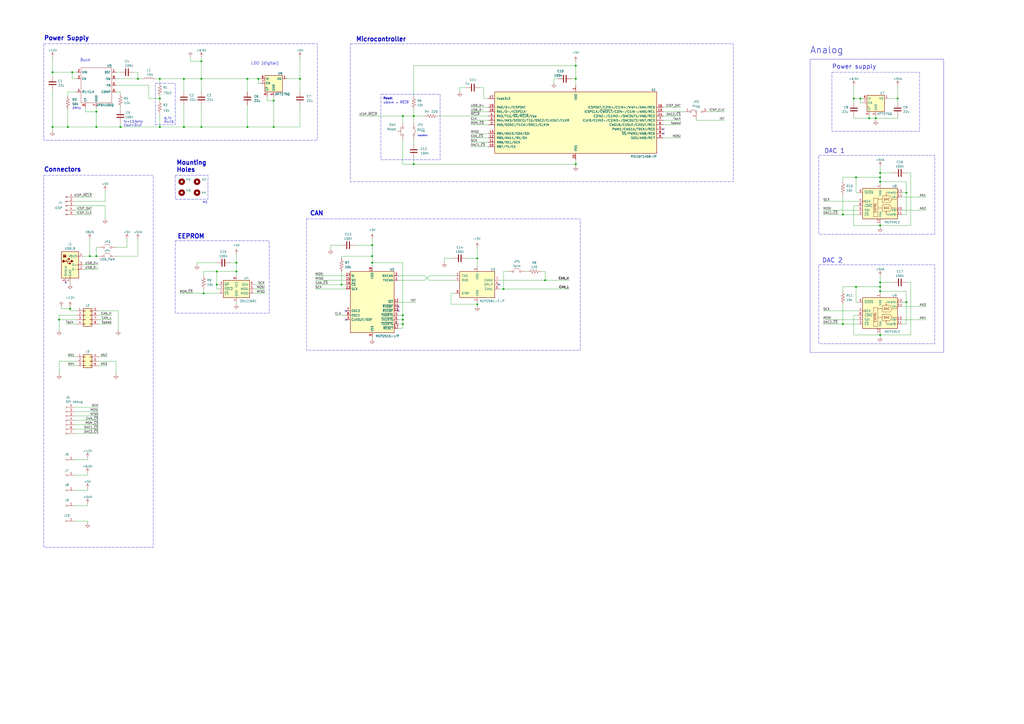
<source format=kicad_sch>
(kicad_sch (version 20250114) (generator "eeschema") (generator_version "9.0")
  (paper "A2")
  (title_block (title "CAN Gauge Interface") (date "2025-09-19") (rev "0.1") (company "Sam Anthony"))
  (rectangle (start 482.6 41.91) (end 533.4 76.2) (stroke (width 0) (type dash)))
  (rectangle (start 25.4 25.4) (end 184.15 81.28) (stroke (width 0) (type dash)))
  (rectangle (start 101.6 139.7) (end 156.21 181.61) (stroke (width 0) (type dash)))
  (rectangle (start 101.6 101.5999) (end 120.65 115.5699) (stroke (width 0) (type dash)))
  (rectangle (start 90.17 48.26) (end 101.6 72.39) (stroke (width 0) (type dash)))
  (rectangle (start 220.98 54.61) (end 255.27 92.71) (stroke (width 0) (type dash)))
  (rectangle (start 474.98 153.67) (end 542.29 199.39) (stroke (width 0) (type dash)))
  (rectangle (start 177.8 127) (end 336.55 203.2) (stroke (width 0) (type dash)))
  (rectangle (start 25.4 101.6) (end 88.9 317.5) (stroke (width 0) (type dash)))
  (rectangle (start 474.98 90.17) (end 542.29 135.89) (stroke (width 0) (type dash)))
  (rectangle (start 203.2 25.4) (end 425.45 105.41) (stroke (width 0) (type dash)))
  (rectangle (start 469.9 34.29) (end 547.37 204.47))
  (text "Connectors" (at 25.4 98.425 0) (effects (font (size 2.54 2.54) (thickness 0.508) (bold yes)) (justify left)))
  (text "Power Supply" (at 25.4 22.225 0) (effects (font (size 2.54 2.54) (thickness 0.508) (bold yes)) (justify left)))
  (text "LDO (digital)" (at 153.67 36.83 0) (effects (font (size 1.651 1.651))))
  (text "CAN" (at 179.705 123.825 0) (effects (font (size 2.54 2.54) (thickness 0.508) (bold yes)) (justify left)))
  (text "2MHz\n" (at 44.45 62.865 0) (effects (font (size 1.27 1.27))))
  (text "6.7V\nR±1%" (at 95.25 69.85 0) (effects (font (size 1.27 1.27)) (justify left)))
  (text "Reset" (at 222.25 57.15 0) (effects (font (size 1.27 1.27) (thickness 0.254) (bold yes)) (justify left)))
  (text "fc=13.5kHz\nCout=31uF" (at 71.755 71.755 0) (effects (font (size 1.27 1.27)) (justify left)))
  (text "Mounting\nHoles" (at 102.235 96.5199 0) (effects (font (size 2.54 2.54) (thickness 0.508) (bold yes)) (justify left)))
  (text "Power supply" (at 482.6 38.735 0) (effects (font (size 2.54 2.54) (thickness 0.254) (bold yes)) (justify left)))
  (text "M3\n" (at 117.475 117.4749 0) (effects (font (size 1.27 1.27)) (justify left)))
  (text "EEPROM" (at 102.87 137.16 0) (effects (font (size 2.54 2.54) (thickness 0.508) (bold yes)) (justify left)))
  (text "≤6mm ↔ ~{MCLR}" (at 222.25 59.69 0) (effects (font (size 1.27 1.27)) (justify left)))
  (text "DAC 1" (at 478.155 87.63 0) (effects (font (size 2.54 2.54) (thickness 0.254) (bold yes)) (justify left)))
  (text "Buck" (at 49.53 34.925 0) (effects (font (size 1.651 1.651))))
  (text "Microcontroller" (at 206.375 22.86 0) (effects (font (size 2.54 2.54) (thickness 0.508) (bold yes)) (justify left)))
  (text "Analog" (at 469.9 29.21 0) (effects (font (size 3.81 3.81) (thickness 0.254) (bold yes)) (justify left)))
  (text "Isolation" (at 245.11 78.74 0) (effects (font (size 0.889 0.889))))
  (text "DAC 2" (at 476.885 151.13 0) (effects (font (size 2.54 2.54) (thickness 0.254) (bold yes)) (justify left)))
  (junction (at 158.75 58.42))
  (junction (at 510.54 166.37))
  (junction (at 504.19 68.58))
  (junction (at 106.68 45.72))
  (junction (at 510.54 168.91))
  (junction (at 137.16 157.48))
  (junction (at 510.54 100.33))
  (junction (at 55.88 73.66))
  (junction (at 116.84 73.66))
  (junction (at 39.37 73.66))
  (junction (at 106.68 73.66))
  (junction (at 233.68 185.42))
  (junction (at 173.99 45.72))
  (junction (at 34.29 185.42))
  (junction (at 496.57 166.37))
  (junction (at 137.16 152.4))
  (junction (at 525.78 111.76))
  (junction (at 143.51 73.66))
  (junction (at 488.95 187.96))
  (junction (at 92.71 73.66))
  (junction (at 334.01 38.1))
  (junction (at 508 68.58))
  (junction (at 233.68 182.88))
  (junction (at 334.01 45.72))
  (junction (at 495.3 57.15))
  (junction (at 55.88 148.59))
  (junction (at 488.95 124.46))
  (junction (at 40.64 179.07))
  (junction (at 510.54 130.81))
  (junction (at 334.01 95.25))
  (junction (at 149.86 45.72))
  (junction (at 30.48 41.91))
  (junction (at 158.75 73.66))
  (junction (at 215.9 142.24))
  (junction (at 80.01 45.72))
  (junction (at 240.03 67.31))
  (junction (at 510.54 102.87))
  (junction (at 510.54 194.31))
  (junction (at 92.71 57.15))
  (junction (at 55.88 64.77))
  (junction (at 525.78 175.26))
  (junction (at 30.48 73.66))
  (junction (at 92.71 45.72))
  (junction (at 276.86 176.53))
  (junction (at 116.84 35.56))
  (junction (at 215.9 152.4))
  (junction (at 520.7 57.15))
  (junction (at 276.86 149.86))
  (junction (at 316.23 162.56))
  (junction (at 125.73 165.1))
  (junction (at 41.91 41.91))
  (junction (at 510.54 163.83))
  (junction (at 499.11 57.15))
  (junction (at 118.11 170.18))
  (junction (at 52.07 148.59))
  (junction (at 215.9 148.59))
  (junction (at 496.57 102.87))
  (junction (at 198.12 165.1))
  (junction (at 125.73 157.48))
  (junction (at 510.54 105.41))
  (junction (at 69.85 73.66))
  (junction (at 240.03 95.25))
  (junction (at 233.68 67.31))
  (junction (at 233.68 187.96))
  (junction (at 143.51 45.72))
  (junction (at 116.84 45.72))
  (junction (at 292.1 167.64))
  (no_connect (at 38.1 163.83))
  (no_connect (at 231.14 177.8))
  (no_connect (at 200.66 185.42))
  (no_connect (at 289.56 165.1))
  (no_connect (at 200.66 180.34))
  (no_connect (at 384.81 74.93))
  (no_connect (at 384.81 77.47))
  (no_connect (at 231.14 180.34))
  (wire (pts (xy 231.14 162.56) (xy 246.38 162.56)))
  (wire (pts (xy 240.03 95.25) (xy 240.03 91.44)))
  (wire (pts (xy 499.11 57.15) (xy 495.3 57.15)))
  (wire (pts (xy 116.84 33.02) (xy 116.84 35.56)))
  (wire (pts (xy 215.9 142.24) (xy 215.9 148.59)))
  (wire (pts (xy 50.8 302.26) (xy 50.8 303.53)))
  (wire (pts (xy 44.45 185.42) (xy 34.29 185.42)))
  (wire (pts (xy 57.15 182.88) (xy 64.77 182.88)))
  (wire (pts (xy 106.68 45.72) (xy 116.84 45.72)))
  (wire (pts (xy 158.75 58.42) (xy 158.75 73.66)))
  (wire (pts (xy 495.3 182.88) (xy 497.84 182.88)))
  (wire (pts (xy 292.1 157.48) (xy 294.64 157.48)))
  (wire (pts (xy 44.45 209.55) (xy 34.29 209.55)))
  (wire (pts (xy 233.68 187.96) (xy 233.68 185.42)))
  (wire (pts (xy 495.3 119.38) (xy 497.84 119.38)))
  (wire (pts (xy 240.03 38.1) (xy 334.01 38.1)))
  (wire (pts (xy 231.14 187.96) (xy 233.68 187.96)))
  (wire (pts (xy 44.45 41.91) (xy 41.91 41.91)))
  (wire (pts (xy 384.81 80.01) (xy 394.97 80.01)))
  (wire (pts (xy 508 67.31) (xy 508 68.58)))
  (wire (pts (xy 289.56 167.64) (xy 292.1 167.64)))
  (wire (pts (xy 510.54 168.91) (xy 510.54 170.18)))
  (wire (pts (xy 215.9 195.58) (xy 215.9 196.85)))
  (wire (pts (xy 60.96 116.84) (xy 60.96 110.49)))
  (wire (pts (xy 67.31 53.34) (xy 69.85 53.34)))
  (wire (pts (xy 499.11 59.69) (xy 499.11 57.15)))
  (wire (pts (xy 80.01 45.72) (xy 82.55 45.72)))
  (wire (pts (xy 48.26 153.67) (xy 57.15 153.67)))
  (wire (pts (xy 127 165.1) (xy 125.73 165.1)))
  (wire (pts (xy 262.89 149.86) (xy 257.81 149.86)))
  (wire (pts (xy 496.57 175.26) (xy 496.57 166.37)))
  (wire (pts (xy 149.86 48.26) (xy 149.86 45.72)))
  (wire (pts (xy 488.95 187.96) (xy 497.84 187.96)))
  (wire (pts (xy 118.11 157.48) (xy 125.73 157.48)))
  (wire (pts (xy 92.71 73.66) (xy 106.68 73.66)))
  (wire (pts (xy 240.03 38.1) (xy 240.03 55.88)))
  (wire (pts (xy 403.86 69.85) (xy 420.37 69.85)))
  (wire (pts (xy 523.24 124.46) (xy 525.78 124.46)))
  (wire (pts (xy 44.45 53.34) (xy 39.37 53.34)))
  (wire (pts (xy 477.52 180.34) (xy 497.84 180.34)))
  (wire (pts (xy 510.54 193.04) (xy 510.54 194.31)))
  (wire (pts (xy 233.68 185.42) (xy 233.68 182.88)))
  (wire (pts (xy 510.54 194.31) (xy 510.54 195.58)))
  (wire (pts (xy 525.78 168.91) (xy 510.54 168.91)))
  (wire (pts (xy 69.85 53.34) (xy 69.85 54.61)))
  (wire (pts (xy 499.11 57.15) (xy 500.38 57.15)))
  (wire (pts (xy 149.86 45.72) (xy 151.13 45.72)))
  (wire (pts (xy 198.12 165.1) (xy 198.12 157.48)))
  (wire (pts (xy 57.15 209.55) (xy 67.31 209.55)))
  (wire (pts (xy 34.29 185.42) (xy 34.29 191.77)))
  (wire (pts (xy 44.45 182.88) (xy 34.29 182.88)))
  (wire (pts (xy 116.84 45.72) (xy 143.51 45.72)))
  (wire (pts (xy 43.18 243.84) (xy 57.15 243.84)))
  (wire (pts (xy 273.05 82.55) (xy 283.21 82.55)))
  (wire (pts (xy 495.3 130.81) (xy 510.54 130.81)))
  (wire (pts (xy 523.24 177.8) (xy 537.21 177.8)))
  (wire (pts (xy 151.13 48.26) (xy 149.86 48.26)))
  (wire (pts (xy 384.81 72.39) (xy 394.97 72.39)))
  (wire (pts (xy 528.32 130.81) (xy 510.54 130.81)))
  (wire (pts (xy 50.8 275.59) (xy 50.8 274.32)))
  (wire (pts (xy 182.88 165.1) (xy 198.12 165.1)))
  (wire (pts (xy 43.18 246.38) (xy 57.15 246.38)))
  (wire (pts (xy 154.94 55.88) (xy 154.94 58.42)))
  (wire (pts (xy 497.84 111.76) (xy 496.57 111.76)))
  (wire (pts (xy 158.75 73.66) (xy 143.51 73.66)))
  (wire (pts (xy 523.24 114.3) (xy 537.21 114.3)))
  (wire (pts (xy 55.88 148.59) (xy 57.15 148.59)))
  (wire (pts (xy 30.48 41.91) (xy 30.48 44.45)))
  (wire (pts (xy 273.05 69.85) (xy 283.21 69.85)))
  (wire (pts (xy 182.88 160.02) (xy 200.66 160.02)))
  (wire (pts (xy 525.78 105.41) (xy 525.78 111.76)))
  (wire (pts (xy 496.57 102.87) (xy 510.54 102.87)))
  (wire (pts (xy 496.57 111.76) (xy 496.57 102.87)))
  (wire (pts (xy 49.53 62.23) (xy 49.53 64.77)))
  (wire (pts (xy 525.78 168.91) (xy 525.78 175.26)))
  (wire (pts (xy 194.31 182.88) (xy 200.66 182.88)))
  (wire (pts (xy 477.52 185.42) (xy 497.84 185.42)))
  (wire (pts (xy 39.37 53.34) (xy 39.37 55.88)))
  (wire (pts (xy 92.71 66.04) (xy 92.71 73.66)))
  (wire (pts (xy 57.15 180.34) (xy 68.58 180.34)))
  (wire (pts (xy 118.11 160.02) (xy 118.11 157.48)))
  (wire (pts (xy 384.81 62.23) (xy 394.97 62.23)))
  (wire (pts (xy 334.01 45.72) (xy 331.47 45.72)))
  (wire (pts (xy 334.01 49.53) (xy 334.01 45.72)))
  (wire (pts (xy 215.9 148.59) (xy 215.9 152.4)))
  (wire (pts (xy 143.51 45.72) (xy 143.51 53.34)))
  (wire (pts (xy 384.81 67.31) (xy 394.97 67.31)))
  (wire (pts (xy 208.28 67.31) (xy 233.68 67.31)))
  (wire (pts (xy 510.54 163.83) (xy 510.54 166.37)))
  (wire (pts (xy 68.58 180.34) (xy 68.58 191.77)))
  (wire (pts (xy 495.3 130.81) (xy 495.3 119.38)))
  (wire (pts (xy 523.24 185.42) (xy 537.21 185.42)))
  (wire (pts (xy 39.37 63.5) (xy 39.37 73.66)))
  (wire (pts (xy 50.8 293.37) (xy 50.8 292.1)))
  (wire (pts (xy 43.18 114.3) (xy 53.34 114.3)))
  (wire (pts (xy 191.77 142.24) (xy 191.77 144.78)))
  (wire (pts (xy 92.71 45.72) (xy 92.71 48.26)))
  (wire (pts (xy 510.54 160.02) (xy 510.54 163.83)))
  (wire (pts (xy 528.32 163.83) (xy 528.32 194.31)))
  (wire (pts (xy 60.96 119.38) (xy 60.96 127)))
  (wire (pts (xy 283.21 57.15) (xy 280.67 57.15)))
  (wire (pts (xy 528.32 100.33) (xy 528.32 130.81)))
  (wire (pts (xy 173.99 45.72) (xy 173.99 53.34)))
  (wire (pts (xy 125.73 167.64) (xy 125.73 165.1)))
  (wire (pts (xy 525.78 105.41) (xy 510.54 105.41)))
  (wire (pts (xy 40.64 179.07) (xy 35.56 179.07)))
  (wire (pts (xy 495.3 67.31) (xy 495.3 68.58)))
  (wire (pts (xy 125.73 157.48) (xy 137.16 157.48)))
  (wire (pts (xy 55.88 143.51) (xy 57.15 143.51)))
  (wire (pts (xy 118.11 170.18) (xy 118.11 167.64)))
  (wire (pts (xy 67.31 209.55) (xy 67.31 217.17)))
  (wire (pts (xy 137.16 152.4) (xy 137.16 157.48)))
  (wire (pts (xy 147.32 170.18) (xy 153.67 170.18)))
  (wire (pts (xy 106.68 73.66) (xy 116.84 73.66)))
  (wire (pts (xy 280.67 50.8) (xy 278.13 50.8)))
  (wire (pts (xy 50.8 284.48) (xy 50.8 283.21)))
  (wire (pts (xy 520.7 68.58) (xy 520.7 67.31)))
  (wire (pts (xy 116.84 60.96) (xy 116.84 73.66)))
  (wire (pts (xy 55.88 62.23) (xy 55.88 64.77)))
  (wire (pts (xy 384.81 64.77) (xy 397.51 64.77)))
  (wire (pts (xy 270.51 149.86) (xy 276.86 149.86)))
  (wire (pts (xy 43.18 275.59) (xy 50.8 275.59)))
  (wire (pts (xy 273.05 80.01) (xy 283.21 80.01)))
  (wire (pts (xy 41.91 45.72) (xy 41.91 41.91)))
  (wire (pts (xy 198.12 149.86) (xy 198.12 148.59)))
  (wire (pts (xy 280.67 57.15) (xy 280.67 50.8)))
  (wire (pts (xy 266.7 50.8) (xy 266.7 53.34)))
  (wire (pts (xy 57.15 212.09) (xy 62.23 212.09)))
  (wire (pts (xy 30.48 73.66) (xy 30.48 76.2)))
  (wire (pts (xy 488.95 102.87) (xy 496.57 102.87)))
  (wire (pts (xy 520.7 57.15) (xy 515.62 57.15)))
  (wire (pts (xy 154.94 58.42) (xy 158.75 58.42)))
  (wire (pts (xy 44.45 180.34) (xy 40.64 180.34)))
  (wire (pts (xy 257.81 149.86) (xy 257.81 152.4)))
  (wire (pts (xy 316.23 157.48) (xy 316.23 162.56)))
  (wire (pts (xy 39.37 207.01) (xy 44.45 207.01)))
  (wire (pts (xy 495.3 57.15) (xy 495.3 49.53)))
  (wire (pts (xy 233.68 67.31) (xy 233.68 71.12)))
  (wire (pts (xy 92.71 57.15) (xy 86.36 57.15)))
  (wire (pts (xy 233.68 152.4) (xy 233.68 182.88)))
  (wire (pts (xy 38.1 187.96) (xy 44.45 187.96)))
  (wire (pts (xy 92.71 45.72) (xy 106.68 45.72)))
  (wire (pts (xy 43.18 251.46) (xy 57.15 251.46)))
  (wire (pts (xy 57.15 185.42) (xy 64.77 185.42)))
  (wire (pts (xy 240.03 81.28) (xy 240.03 83.82)))
  (wire (pts (xy 504.19 68.58) (xy 508 68.58)))
  (wire (pts (xy 233.68 152.4) (xy 215.9 152.4)))
  (wire (pts (xy 86.36 49.53) (xy 67.31 49.53)))
  (wire (pts (xy 510.54 105.41) (xy 510.54 106.68)))
  (wire (pts (xy 57.15 187.96) (xy 64.77 187.96)))
  (wire (pts (xy 40.64 180.34) (xy 40.64 179.07)))
  (wire (pts (xy 273.05 77.47) (xy 283.21 77.47)))
  (wire (pts (xy 158.75 55.88) (xy 158.75 58.42)))
  (wire (pts (xy 200.66 165.1) (xy 198.12 165.1)))
  (wire (pts (xy 30.48 33.02) (xy 30.48 41.91)))
  (wire (pts (xy 316.23 162.56) (xy 330.2 162.56)))
  (wire (pts (xy 233.68 67.31) (xy 240.03 67.31)))
  (wire (pts (xy 528.32 194.31) (xy 510.54 194.31)))
  (wire (pts (xy 198.12 148.59) (xy 215.9 148.59)))
  (wire (pts (xy 92.71 57.15) (xy 92.71 58.42)))
  (wire (pts (xy 173.99 73.66) (xy 158.75 73.66)))
  (wire (pts (xy 525.78 175.26) (xy 525.78 187.96)))
  (wire (pts (xy 510.54 96.52) (xy 510.54 100.33)))
  (wire (pts (xy 231.14 190.5) (xy 233.68 190.5)))
  (wire (pts (xy 304.8 157.48) (xy 306.07 157.48)))
  (wire (pts (xy 104.14 170.18) (xy 118.11 170.18)))
  (wire (pts (xy 495.3 194.31) (xy 510.54 194.31)))
  (wire (pts (xy 270.51 50.8) (xy 266.7 50.8)))
  (wire (pts (xy 334.01 95.25) (xy 334.01 96.52)))
  (wire (pts (xy 410.21 64.77) (xy 420.37 64.77)))
  (wire (pts (xy 55.88 73.66) (xy 39.37 73.66)))
  (wire (pts (xy 510.54 100.33) (xy 518.16 100.33)))
  (wire (pts (xy 43.18 241.3) (xy 57.15 241.3)))
  (wire (pts (xy 40.64 179.07) (xy 40.64 177.8)))
  (wire (pts (xy 43.18 238.76) (xy 57.15 238.76)))
  (wire (pts (xy 510.54 166.37) (xy 510.54 168.91)))
  (wire (pts (xy 488.95 168.91) (xy 488.95 166.37)))
  (wire (pts (xy 500.38 59.69) (xy 499.11 59.69)))
  (wire (pts (xy 55.88 148.59) (xy 55.88 143.51)))
  (wire (pts (xy 116.84 35.56) (xy 116.84 45.72)))
  (wire (pts (xy 67.31 148.59) (xy 80.01 148.59)))
  (wire (pts (xy 254 67.31) (xy 283.21 67.31)))
  (wire (pts (xy 106.68 45.72) (xy 106.68 53.34)))
  (wire (pts (xy 523.24 175.26) (xy 525.78 175.26)))
  (wire (pts (xy 48.26 148.59) (xy 52.07 148.59)))
  (wire (pts (xy 233.68 81.28) (xy 233.68 95.25)))
  (wire (pts (xy 92.71 73.66) (xy 69.85 73.66)))
  (wire (pts (xy 52.07 148.59) (xy 55.88 148.59)))
  (wire (pts (xy 43.18 284.48) (xy 50.8 284.48)))
  (wire (pts (xy 488.95 166.37) (xy 496.57 166.37)))
  (wire (pts (xy 273.05 64.77) (xy 283.21 64.77)))
  (wire (pts (xy 488.95 124.46) (xy 497.84 124.46)))
  (wire (pts (xy 520.7 49.53) (xy 520.7 57.15)))
  (wire (pts (xy 69.85 62.23) (xy 69.85 63.5)))
  (wire (pts (xy 147.32 167.64) (xy 153.67 167.64)))
  (wire (pts (xy 510.54 102.87) (xy 510.54 105.41)))
  (wire (pts (xy 57.15 207.01) (xy 62.23 207.01)))
  (wire (pts (xy 173.99 33.02) (xy 173.99 45.72)))
  (wire (pts (xy 44.45 45.72) (xy 41.91 45.72)))
  (wire (pts (xy 496.57 166.37) (xy 510.54 166.37)))
  (wire (pts (xy 276.86 176.53) (xy 276.86 177.8)))
  (wire (pts (xy 77.47 41.91) (xy 80.01 41.91)))
  (wire (pts (xy 248.92 160.02) (xy 246.38 162.56)))
  (wire (pts (xy 90.17 45.72) (xy 92.71 45.72)))
  (wire (pts (xy 495.3 68.58) (xy 504.19 68.58)))
  (wire (pts (xy 488.95 113.03) (xy 488.95 124.46)))
  (wire (pts (xy 321.31 45.72) (xy 323.85 45.72)))
  (wire (pts (xy 137.16 175.26) (xy 137.16 176.53)))
  (wire (pts (xy 34.29 209.55) (xy 34.29 217.17)))
  (wire (pts (xy 231.14 182.88) (xy 233.68 182.88)))
  (wire (pts (xy 495.3 57.15) (xy 495.3 59.69)))
  (wire (pts (xy 137.16 157.48) (xy 137.16 160.02)))
  (wire (pts (xy 125.73 157.48) (xy 125.73 165.1)))
  (wire (pts (xy 510.54 130.81) (xy 510.54 132.08)))
  (wire (pts (xy 313.69 157.48) (xy 316.23 157.48)))
  (wire (pts (xy 92.71 55.88) (xy 92.71 57.15)))
  (wire (pts (xy 334.01 92.71) (xy 334.01 95.25)))
  (wire (pts (xy 116.84 45.72) (xy 116.84 53.34)))
  (wire (pts (xy 477.52 187.96) (xy 488.95 187.96)))
  (wire (pts (xy 276.86 175.26) (xy 276.86 176.53)))
  (wire (pts (xy 67.31 45.72) (xy 80.01 45.72)))
  (wire (pts (xy 43.18 248.92) (xy 57.15 248.92)))
  (wire (pts (xy 173.99 60.96) (xy 173.99 73.66)))
  (wire (pts (xy 495.3 194.31) (xy 495.3 182.88)))
  (wire (pts (xy 34.29 182.88) (xy 34.29 185.42)))
  (wire (pts (xy 292.1 167.64) (xy 292.1 157.48)))
  (wire (pts (xy 80.01 41.91) (xy 80.01 45.72)))
  (wire (pts (xy 182.88 167.64) (xy 200.66 167.64)))
  (wire (pts (xy 50.8 266.7) (xy 50.8 265.43)))
  (wire (pts (xy 43.18 293.37) (xy 50.8 293.37)))
  (wire (pts (xy 143.51 73.66) (xy 116.84 73.66)))
  (wire (pts (xy 69.85 73.66) (xy 55.88 73.66)))
  (wire (pts (xy 133.35 152.4) (xy 137.16 152.4)))
  (wire (pts (xy 273.05 72.39) (xy 283.21 72.39)))
  (wire (pts (xy 67.31 41.91) (xy 69.85 41.91)))
  (wire (pts (xy 137.16 147.32) (xy 137.16 152.4)))
  (wire (pts (xy 240.03 95.25) (xy 334.01 95.25)))
  (wire (pts (xy 69.85 71.12) (xy 69.85 73.66)))
  (wire (pts (xy 525.78 100.33) (xy 528.32 100.33)))
  (wire (pts (xy 198.12 142.24) (xy 191.77 142.24)))
  (wire (pts (xy 261.62 170.18) (xy 264.16 170.18)))
  (wire (pts (xy 49.53 64.77) (xy 55.88 64.77)))
  (wire (pts (xy 215.9 138.43) (xy 215.9 142.24)))
  (wire (pts (xy 510.54 100.33) (xy 510.54 102.87)))
  (wire (pts (xy 110.49 35.56) (xy 110.49 33.02)))
  (wire (pts (xy 43.18 116.84) (xy 60.96 116.84)))
  (wire (pts (xy 240.03 67.31) (xy 246.38 67.31)))
  (wire (pts (xy 523.24 111.76) (xy 525.78 111.76)))
  (wire (pts (xy 289.56 162.56) (xy 316.23 162.56)))
  (wire (pts (xy 48.26 156.21) (xy 57.15 156.21)))
  (wire (pts (xy 30.48 52.07) (xy 30.48 73.66)))
  (wire (pts (xy 73.66 143.51) (xy 73.66 138.43)))
  (wire (pts (xy 43.18 119.38) (xy 60.96 119.38)))
  (wire (pts (xy 52.07 138.43) (xy 52.07 148.59)))
  (wire (pts (xy 520.7 59.69) (xy 520.7 57.15)))
  (wire (pts (xy 240.03 67.31) (xy 240.03 71.12)))
  (wire (pts (xy 215.9 152.4) (xy 215.9 154.94)))
  (wire (pts (xy 233.68 95.25) (xy 240.03 95.25)))
  (wire (pts (xy 147.32 165.1) (xy 153.67 165.1)))
  (wire (pts (xy 35.56 179.07) (xy 35.56 177.8)))
  (wire (pts (xy 106.68 60.96) (xy 106.68 73.66)))
  (wire (pts (xy 261.62 176.53) (xy 261.62 170.18)))
  (wire (pts (xy 41.91 41.91) (xy 30.48 41.91)))
  (wire (pts (xy 43.18 124.46) (xy 53.34 124.46)))
  (wire (pts (xy 40.64 163.83) (xy 40.64 165.1)))
  (wire (pts (xy 127 167.64) (xy 125.73 167.64)))
  (wire (pts (xy 43.18 302.26) (xy 50.8 302.26)))
  (wire (pts (xy 523.24 121.92) (xy 537.21 121.92)))
  (wire (pts (xy 384.81 69.85) (xy 394.97 69.85)))
  (wire (pts (xy 205.74 142.24) (xy 215.9 142.24)))
  (wire (pts (xy 508 68.58) (xy 520.7 68.58)))
  (wire (pts (xy 231.14 160.02) (xy 246.38 160.02)))
  (wire (pts (xy 488.95 105.41) (xy 488.95 102.87)))
  (wire (pts (xy 488.95 176.53) (xy 488.95 187.96)))
  (wire (pts (xy 143.51 60.96) (xy 143.51 73.66)))
  (wire (pts (xy 276.86 176.53) (xy 261.62 176.53)))
  (wire (pts (xy 321.31 48.26) (xy 321.31 45.72)))
  (wire (pts (xy 523.24 187.96) (xy 525.78 187.96)))
  (wire (pts (xy 67.31 143.51) (xy 73.66 143.51)))
  (wire (pts (xy 43.18 236.22) (xy 57.15 236.22)))
  (wire (pts (xy 477.52 124.46) (xy 488.95 124.46)))
  (wire (pts (xy 149.86 45.72) (xy 143.51 45.72)))
  (wire (pts (xy 114.3 152.4) (xy 114.3 153.67)))
  (wire (pts (xy 504.19 67.31) (xy 504.19 68.58)))
  (wire (pts (xy 86.36 57.15) (xy 86.36 49.53)))
  (wire (pts (xy 114.3 152.4) (xy 125.73 152.4)))
  (wire (pts (xy 497.84 175.26) (xy 496.57 175.26)))
  (wire (pts (xy 403.86 68.58) (xy 403.86 69.85)))
  (wire (pts (xy 508 68.58) (xy 508 69.85)))
  (wire (pts (xy 334.01 38.1) (xy 334.01 45.72)))
  (wire (pts (xy 116.84 35.56) (xy 110.49 35.56)))
  (wire (pts (xy 276.86 143.51) (xy 276.86 149.86)))
  (wire (pts (xy 127 170.18) (xy 118.11 170.18)))
  (wire (pts (xy 233.68 190.5) (xy 233.68 187.96)))
  (wire (pts (xy 39.37 73.66) (xy 30.48 73.66)))
  (wire (pts (xy 525.78 163.83) (xy 528.32 163.83)))
  (wire (pts (xy 510.54 163.83) (xy 518.16 163.83)))
  (wire (pts (xy 477.52 121.92) (xy 497.84 121.92)))
  (wire (pts (xy 334.01 35.56) (xy 334.01 38.1)))
  (wire (pts (xy 292.1 167.64) (xy 330.2 167.64)))
  (wire (pts (xy 231.14 175.26) (xy 241.3 175.26)))
  (wire (pts (xy 39.37 212.09) (xy 44.45 212.09)))
  (wire (pts (xy 166.37 45.72) (xy 173.99 45.72)))
  (wire (pts (xy 231.14 185.42) (xy 233.68 185.42)))
  (wire (pts (xy 510.54 129.54) (xy 510.54 130.81)))
  (wire (pts (xy 43.18 266.7) (xy 50.8 266.7)))
  (wire (pts (xy 273.05 62.23) (xy 283.21 62.23)))
  (wire (pts (xy 248.92 162.56) (xy 264.16 162.56)))
  (wire (pts (xy 477.52 116.84) (xy 497.84 116.84)))
  (wire (pts (xy 273.05 85.09) (xy 283.21 85.09)))
  (wire (pts (xy 55.88 64.77) (xy 55.88 73.66)))
  (wire (pts (xy 182.88 162.56) (xy 200.66 162.56)))
  (wire (pts (xy 248.92 160.02) (xy 264.16 160.02)))
  (wire (pts (xy 246.38 160.02) (xy 248.92 162.56)))
  (wire (pts (xy 525.78 111.76) (xy 525.78 124.46)))
  (wire (pts (xy 240.03 63.5) (xy 240.03 67.31)))
  (wire (pts (xy 43.18 121.92) (xy 53.34 121.92)))
  (wire (pts (xy 80.01 148.59) (xy 80.01 138.43)))
  (wire (pts (xy 276.86 149.86) (xy 276.86 154.94)))
  (label "DAC1_~{CS}" (at 477.52 124.46 0))
  (label "MISO" (at 57.15 241.3 180))
  (label "CAN_H" (at 330.2 162.56 180) (effects (font (thickness 0.254) (bold yes))))
  (label "SCK" (at 153.67 165.1 180) (effects (font (thickness 0.1588))))
  (label "Speed" (at 64.77 187.96 180) (effects (font (thickness 0.1588))))
  (label "CLK" (at 273.05 69.85 0))
  (label "MOSI" (at 394.97 80.01 180) (effects (font (thickness 0.1588))))
  (label "ICSP_DAT" (at 394.97 62.23 180))
  (label "CAN_L" (at 64.77 185.42 180))
  (label "ROM_~{CS}" (at 104.14 170.18 0) (effects (font (thickness 0.1588))))
  (label "MOSI" (at 182.88 160.02 0) (effects (font (thickness 0.1588))))
  (label "DAC1_~{CS}" (at 273.05 85.09 0))
  (label "AN3" (at 62.23 212.09 180) (effects (font (thickness 0.1588))))
  (label "Speed" (at 394.97 72.39 180))
  (label "AN1" (at 537.21 114.3 180))
  (label "CAN_~{CS}" (at 273.05 80.01 0))
  (label "CAN_~{CS}" (at 57.15 243.84 180))
  (label "INT" (at 420.37 69.85 180))
  (label "CLK" (at 194.31 182.88 0))
  (label "MISO" (at 153.67 170.18 180) (effects (font (thickness 0.1588))))
  (label "INT" (at 241.3 175.26 180) (effects (font (thickness 0.1588))))
  (label "MOSI" (at 153.67 167.64 180) (effects (font (thickness 0.1588))))
  (label "ICSP_CLK" (at 53.34 124.46 180))
  (label "AN2" (at 62.23 207.01 180) (effects (font (thickness 0.1588))))
  (label "SCK" (at 273.05 82.55 0) (effects (font (thickness 0.1588))))
  (label "Tach" (at 38.1 187.96 0) (effects (font (thickness 0.1588))))
  (label "CAN_~{CS}" (at 182.88 165.1 0) (effects (font (thickness 0.1588))))
  (label "ICSP_CLK" (at 420.37 64.77 180))
  (label "USB_D+" (at 273.05 62.23 0))
  (label "SCK" (at 477.52 180.34 0) (effects (font (thickness 0.1588))))
  (label "ROM_~{CS}" (at 57.15 246.38 180))
  (label "AN1" (at 39.37 207.01 0) (effects (font (thickness 0.1588))))
  (label "DAC2_~{CS}" (at 394.97 67.31 180))
  (label "USB_D-" (at 273.05 64.77 0))
  (label "SCK" (at 57.15 236.22 180))
  (label "AN4" (at 39.37 212.09 0) (effects (font (thickness 0.1588))))
  (label "MOSI" (at 477.52 121.92 0))
  (label "AN4" (at 537.21 185.42 180))
  (label "MISO" (at 182.88 162.56 0) (effects (font (thickness 0.1588))))
  (label "DAC1_~{CS}" (at 57.15 248.92 180))
  (label "MOSI" (at 57.15 238.76 180))
  (label "~{MCLR}" (at 273.05 67.31 0))
  (label "AN3" (at 537.21 177.8 180))
  (label "DAC2_~{CS}" (at 57.15 251.46 180))
  (label "USB_D-" (at 57.15 156.21 180))
  (label "AN2" (at 537.21 121.92 180))
  (label "USB_D+" (at 57.15 153.67 180))
  (label "SCK" (at 182.88 167.64 0) (effects (font (thickness 0.1588))))
  (label "Tach" (at 394.97 69.85 180))
  (label "ROM_~{CS}" (at 273.05 72.39 0))
  (label "ICSP_DAT" (at 53.34 121.92 180))
  (label "ICSP_~{MCLR}" (at 53.34 114.3 180))
  (label "MISO" (at 273.05 77.47 0) (effects (font (thickness 0.1588))))
  (label "ICSP_~{MCLR}" (at 208.28 67.31 0))
  (label "MOSI" (at 477.52 185.42 0))
  (label "CAN_L" (at 330.2 167.64 180) (effects (font (thickness 0.254) (bold yes))))
  (label "SCK" (at 477.52 116.84 0) (effects (font (thickness 0.1588))))
  (label "DAC2_~{CS}" (at 477.52 187.96 0))
  (label "CAN_H" (at 64.77 182.88 180) (effects (font (thickness 0.1588))))
  (symbol (lib_id "power:GND") (at 215.9 196.85 0) (unit 1)
    (property "Reference" "#PWR028" (effects (hide yes)))
    (property "Value" "GND" (effects (hide yes)))
    (property "Description" "Power symbol creates a global label with name \"GND\" , ground" (effects (hide yes)))
  )
  (symbol (lib_id "Connector:USB_B") (at 40.64 153.67 0) (unit 1)
    (property "Reference" "J1" (at 40.64 141.605 0))
    (property "Value" "USB_B" (at 40.64 144.145 0))
    (property "Footprint" "Connector_USB:USB_B_OST_USB-B1HSxx_Horizontal" (effects (hide yes)))
    (property "Description" "USB Type B connector" (effects (hide yes)))
  )
  (symbol (lib_id "power:GND") (at 50.8 303.53 0) (unit 1)
    (property "Reference" "#PWR039" (effects (hide yes)))
    (property "Value" "GND" (effects (hide yes)))
    (property "Description" "Power symbol creates a global label with name \"GND\" , ground" (effects (hide yes)))
  )
  (symbol (lib_id "Device:C") (at 173.99 57.15 0) (unit 1)
    (property "Reference" "C7" (at 177.8 55.8799 0) (effects (justify left)))
    (property "Value" "22u" (at 177.8 58.4199 0) (effects (justify left)))
    (property "Footprint" "Capacitor_SMD:C_1206_3216Metric_Pad1.33x1.80mm_HandSolder" (effects (hide yes)))
    (property "Description" "Unpolarized capacitor" (effects (hide yes)))
  )
  (symbol (lib_id "power:+12V") (at 40.64 177.8 0) (unit 1)
    (property "Reference" "#PWR029" (effects (hide yes)))
    (property "Value" "+12V" (at 40.64 172.72 0))
    (property "Description" "Power symbol creates a global label with name \"+12V\"" (effects (hide yes)))
  )
  (symbol (lib_id "power:GND") (at 68.58 191.77 0) (unit 1)
    (property "Reference" "#PWR033" (effects (hide yes)))
    (property "Value" "GND" (effects (hide yes)))
    (property "Description" "Power symbol creates a global label with name \"GND\" , ground" (effects (hide yes)))
  )
  (symbol (lib_id "Device:C") (at 129.54 152.4 90) (unit 1)
    (property "Reference" "C15" (at 129.54 146.05 90))
    (property "Value" "100n" (at 129.54 148.59 90))
    (property "Footprint" "Capacitor_THT:C_Disc_D5.0mm_W2.5mm_P2.50mm" (effects (hide yes)))
    (property "Description" "Unpolarized capacitor" (effects (hide yes)))
  )
  (symbol (lib_id "Jumper:Jumper_2_Bridged") (at 240.03 76.2 270) (mirror x) (unit 1)
    (property "Reference" "JP1" (at 241.935 72.39 90) (effects (justify left)))
    (property "Value" "~{Prog}" (at 241.935 75.565 90) (effects (justify left)))
    (property "Footprint" "Connector_PinSocket_2.54mm:PinSocket_1x02_P2.54mm_Vertical" (effects (hide yes)))
    (property "Description" "Jumper, 2-pole, closed/bridged" (effects (hide yes)))
  )
  (symbol (lib_id "Device:C") (at 266.7 149.86 90) (unit 1)
    (property "Reference" "C14" (at 266.7 143.51 90))
    (property "Value" "100n" (at 266.7 146.05 90))
    (property "Footprint" "Capacitor_THT:C_Disc_D5.0mm_W2.5mm_P2.50mm" (effects (hide yes)))
    (property "Description" "Unpolarized capacitor" (effects (hide yes)))
  )
  (symbol (lib_id "power:+5V") (at 173.99 33.02 0) (unit 1)
    (property "Reference" "#PWR06" (effects (hide yes)))
    (property "Value" "+5V" (at 173.99 29.21 0))
    (property "Description" "Power symbol creates a global label with name \"+5V\"" (effects (hide yes)))
  )
  (symbol (lib_id "Device:C") (at 106.68 57.15 180) (unit 1)
    (property "Reference" "C2" (at 111.125 55.245 0))
    (property "Value" "22u" (at 111.76 57.785 0))
    (property "Footprint" "Capacitor_SMD:C_1206_3216Metric_Pad1.33x1.80mm_HandSolder" (effects (hide yes)))
    (property "Description" "Unpolarized capacitor" (effects (hide yes)))
  )
  (symbol (lib_id "Device:C") (at 30.48 48.26 0) (unit 1)
    (property "Reference" "C1" (at 34.925 46.99 0))
    (property "Value" "22u" (at 35.56 49.53 0))
    (property "Footprint" "Capacitor_SMD:C_1206_3216Metric_Pad1.33x1.80mm_HandSolder" (effects (hide yes)))
    (property "Description" "Unpolarized capacitor" (effects (hide yes)))
  )
  (symbol (lib_id "Device:C") (at 495.3 63.5 0) (unit 1)
    (property "Reference" "C8" (at 492.125 62.23 0) (effects (justify right)))
    (property "Value" "22u" (at 492.125 64.77 0) (effects (justify right)))
    (property "Footprint" "Capacitor_SMD:C_1206_3216Metric_Pad1.33x1.80mm_HandSolder" (effects (hide yes)))
    (property "Description" "Unpolarized capacitor" (effects (hide yes)))
  )
  (symbol (lib_id "Memory_EEPROM:25LCxxx") (at 137.16 167.64 0) (unit 1)
    (property "Reference" "U4" (at 141.605 161.29 0) (effects (justify left)))
    (property "Value" "25LC160C" (at 139.065 174.625 0) (effects (justify left)))
    (property "Footprint" "Package_DIP:DIP-8_W7.62mm" (effects (hide yes)))
    (property "Datasheet" "http://ww1.microchip.com/downloads/en/DeviceDoc/21832H.pdf" (effects (hide yes)))
    (property "Description" "SPI Serial EEPROM, DIP-8/SOIC-8/TSSOP-8" (effects (hide yes)))
  )
  (symbol (lib_id "Jumper:Jumper_3_Bridged12") (at 403.86 64.77 0) (unit 1) (in_bom no)
    (property "Reference" "JP2" (at 403.86 59.055 0))
    (property "Value" "Prog" (at 403.86 61.595 0))
    (property "Footprint" "Connector_PinSocket_2.54mm:PinSocket_1x03_P2.54mm_Vertical" (effects (hide yes)))
    (property "Description" "Jumper, 3-pole, pins 1+2 closed/bridged" (effects (hide yes)))
  )
  (symbol (lib_id "power:GND") (at 510.54 132.08 0) (unit 1)
    (property "Reference" "#PWR017" (effects (hide yes)))
    (property "Value" "GND" (effects (hide yes)))
    (property "Description" "Power symbol creates a global label with name \"GND\" , ground" (effects (hide yes)))
  )
  (symbol (lib_id "power:PWR_FLAG") (at 110.49 33.02 0) (unit 1)
    (property "Reference" "#FLG02" (effects (hide yes)))
    (property "Value" "+6.5V" (effects (hide yes)))
    (property "Description" "Special symbol for telling ERC where power comes from" (effects (hide yes)))
  )
  (symbol (lib_id "power:GND") (at 510.54 195.58 0) (unit 1)
    (property "Reference" "#PWR019" (effects (hide yes)))
    (property "Value" "GND" (effects (hide yes)))
    (property "Description" "Power symbol creates a global label with name \"GND\" , ground" (effects (hide yes)))
  )
  (symbol (lib_id "power:GND") (at 334.01 96.52 0) (unit 1)
    (property "Reference" "#PWR01" (effects (hide yes)))
    (property "Value" "GND" (effects (hide yes)))
    (property "Description" "Power symbol creates a global label with name \"GND\" , ground" (effects (hide yes)))
  )
  (symbol (lib_id "Device:R_US") (at 198.12 153.67 0) (unit 1)
    (property "Reference" "R7" (at 200.025 152.4 0) (effects (justify left)))
    (property "Value" "10k" (at 200.025 154.94 0) (effects (justify left)))
    (property "Footprint" "Resistor_SMD:R_0805_2012Metric_Pad1.20x1.40mm_HandSolder" (effects (hide yes)))
    (property "Description" "Resistor, US symbol" (effects (hide yes)))
  )
  (symbol (lib_id "Device:R_US") (at 118.11 163.83 0) (unit 1)
    (property "Reference" "R9" (at 120.015 162.56 0) (effects (justify left)))
    (property "Value" "10k" (at 120.015 165.1 0) (effects (justify left)))
    (property "Footprint" "Resistor_SMD:R_0805_2012Metric_Pad1.20x1.40mm_HandSolder" (effects (hide yes)))
    (property "Description" "Resistor, US symbol" (effects (hide yes)))
  )
  (symbol (lib_id "Mechanical:MountingHole") (at 105.41 105.4099 0) (unit 1) (exclude_from_sim yes) (in_bom no)
    (property "Reference" "H1" (at 107.95 104.1398 0) (effects (justify left)))
    (property "Value" "MountingHole" (effects (hide yes)))
    (property "Footprint" "MountingHole:MountingHole_3.2mm_M3_DIN965" (effects (hide yes)))
    (property "Description" "Mounting Hole without connection" (effects (hide yes)))
  )
  (symbol (lib_id "power:GND") (at 67.31 217.17 0) (unit 1)
    (property "Reference" "#PWR035" (effects (hide yes)))
    (property "Value" "GND" (effects (hide yes)))
    (property "Description" "Power symbol creates a global label with name \"GND\" , ground" (effects (hide yes)))
  )
  (symbol (lib_id "Connector:Conn_01x07_Socket") (at 38.1 243.84 0) (mirror y) (unit 1)
    (property "Reference" "J5" (at 38.1 230.505 0) (effects (justify right)))
    (property "Value" "SPI debug" (at 38.1 233.045 0) (effects (justify right)))
    (property "Footprint" "Connector_PinSocket_2.54mm:PinSocket_1x07_P2.54mm_Vertical" (effects (hide yes)))
    (property "Description" "Generic connector, single row, 01x07, script generated" (effects (hide yes)))
  )
  (symbol (lib_id "Jumper:Jumper_2_Open") (at 62.23 143.51 0) (unit 1)
    (property "Reference" "JP3" (at 62.23 140.335 0))
    (property "Value" "USB_PWR" (effects (hide yes)))
    (property "Footprint" "Connector_PinSocket_2.54mm:PinSocket_1x02_P2.54mm_Vertical" (effects (hide yes)))
    (property "Description" "Jumper, 2-pole, open" (effects (hide yes)))
  )
  (symbol (lib_id "symbols:AP64100") (at 55.88 49.53 0) (unit 1)
    (property "Reference" "U5" (at 63.5 38.1 0))
    (property "Value" "AP64100Q" (at 60.96 60.96 0))
    (property "Footprint" "Package_SO:Diodes_SO-8EP" (effects (hide yes)))
    (property "Datasheet" "https://www.diodes.com/assets/Datasheets/AP64100.pdf" (effects (hide yes)))
    (property "Description" "3.8V to40V input, 1A low IQ synchronous buck with adjustable frequency" (effects (hide yes)))
  )
  (symbol (lib_id "Device:C") (at 143.51 57.15 0) (unit 1)
    (property "Reference" "C6" (at 147.32 55.8799 0) (effects (justify left)))
    (property "Value" "22u" (at 147.32 58.4199 0) (effects (justify left)))
    (property "Footprint" "Capacitor_SMD:C_1206_3216Metric_Pad1.33x1.80mm_HandSolder" (effects (hide yes)))
    (property "Description" "Unpolarized capacitor" (effects (hide yes)))
  )
  (symbol (lib_id "Jumper:Jumper_2_Open") (at 62.23 148.59 0) (unit 1)
    (property "Reference" "JP4" (at 62.23 145.415 0))
    (property "Value" "USB_PWR" (at 62.23 150.495 0))
    (property "Footprint" "Connector_PinSocket_2.54mm:PinSocket_1x02_P2.54mm_Vertical" (effects (hide yes)))
    (property "Description" "Jumper, 2-pole, open" (effects (hide yes)))
  )
  (symbol (lib_id "Device:C") (at 201.93 142.24 90) (unit 1)
    (property "Reference" "C13" (at 201.93 135.89 90))
    (property "Value" "100n" (at 201.93 138.43 90))
    (property "Footprint" "Capacitor_THT:C_Disc_D5.0mm_W2.5mm_P2.50mm" (effects (hide yes)))
    (property "Description" "Unpolarized capacitor" (effects (hide yes)))
  )
  (symbol (lib_id "Connector_Generic:Conn_02x04_Top_Bottom") (at 49.53 182.88 0) (unit 1)
    (property "Reference" "J2" (at 50.8 177.165 0))
    (property "Value" "Conn_02x04_Top_Bottom" (effects (hide yes)))
    (property "Footprint" "Connector_Molex:Molex_Mini-Fit_Jr_5569-08A2_2x04_P4.20mm_Horizontal" (effects (hide yes)))
    (property "Datasheet" "https://www.molex.com/en-us/products/part-detail/39300080?display=pdf" (effects (hide yes)))
    (property "Description" "Generic connector, double row, 02x04, top/bottom pin numbering scheme (row 1: 1...pins_per_row, row2: pins_per_row+1 ... num_pins), script generated (kicad-library-utils/schlib/autogen/connector/)" (effects (hide yes)))
  )
  (symbol (lib_id "Device:R_US") (at 69.85 58.42 180) (unit 1)
    (property "Reference" "R5" (at 73.025 57.15 0))
    (property "Value" "12k" (at 73.66 59.69 0))
    (property "Footprint" "Resistor_SMD:R_0805_2012Metric_Pad1.20x1.40mm_HandSolder" (effects (hide yes)))
    (property "Description" "Resistor, US symbol" (effects (hide yes)))
  )
  (symbol (lib_id "Device:C") (at 520.7 63.5 0) (unit 1)
    (property "Reference" "C9" (at 523.875 62.23 0) (effects (justify left)))
    (property "Value" "22u" (at 523.875 64.77 0) (effects (justify left)))
    (property "Footprint" "Capacitor_SMD:C_1206_3216Metric_Pad1.33x1.80mm_HandSolder" (effects (hide yes)))
    (property "Description" "Unpolarized capacitor" (effects (hide yes)))
  )
  (symbol (lib_id "Device:R_US") (at 39.37 59.69 0) (unit 1)
    (property "Reference" "R3" (at 41.91 57.7849 0) (effects (justify left)))
    (property "Value" "50k" (at 41.91 60.3249 0) (effects (justify left)))
    (property "Footprint" "Resistor_SMD:R_0805_2012Metric_Pad1.20x1.40mm_HandSolder" (effects (hide yes)))
    (property "Description" "Resistor, US symbol" (effects (hide yes)))
  )
  (symbol (lib_id "Device:C") (at 240.03 87.63 0) (unit 1)
    (property "Reference" "C12" (at 243.84 86.3599 0) (effects (justify left)))
    (property "Value" "100n" (at 243.84 88.8999 0) (effects (justify left)))
    (property "Footprint" "Capacitor_THT:C_Disc_D5.0mm_W2.5mm_P2.50mm" (effects (hide yes)))
    (property "Description" "Unpolarized capacitor" (effects (hide yes)))
  )
  (symbol (lib_id "Device:R_US") (at 92.71 62.23 180) (unit 1)
    (property "Reference" "R2" (at 95.885 60.96 0))
    (property "Value" "10k" (at 96.52 64.135 0))
    (property "Footprint" "Resistor_SMD:R_0805_2012Metric_Pad1.20x1.40mm_HandSolder" (effects (hide yes)))
    (property "Description" "Resistor, US symbol" (effects (hide yes)))
  )
  (symbol (lib_id "power:GND") (at 508 69.85 0) (unit 1)
    (property "Reference" "#PWR022" (effects (hide yes)))
    (property "Value" "GND" (effects (hide yes)))
    (property "Description" "Power symbol creates a global label with name \"GND\" , ground" (effects (hide yes)))
  )
  (symbol (lib_id "power:+5V") (at 73.66 138.43 0) (unit 1)
    (property "Reference" "#PWR032" (effects (hide yes)))
    (property "Value" "+5V" (at 73.66 134.62 0))
    (property "Description" "Power symbol creates a global label with name \"+5V\"" (effects (hide yes)))
  )
  (symbol (lib_id "Device:C") (at 521.97 163.83 90) (unit 1)
    (property "Reference" "C17" (at 521.97 157.48 90))
    (property "Value" "100n" (at 521.97 160.02 90))
    (property "Footprint" "Capacitor_THT:C_Disc_D5.0mm_W2.5mm_P2.50mm" (effects (hide yes)))
    (property "Description" "Unpolarized capacitor" (effects (hide yes)))
  )
  (symbol (lib_id "Analog_DAC:MCP4912") (at 510.54 116.84 0) (unit 1)
    (property "Reference" "U8" (at 517.525 107.95 0) (effects (justify left)))
    (property "Value" "MCP4912" (at 513.08 128.905 0) (effects (justify left)))
    (property "Footprint" "Package_DIP:DIP-14_W7.62mm" (effects (hide yes)))
    (property "Datasheet" "http://ww1.microchip.com/downloads/en/DeviceDoc/22250A.pdf" (effects (hide yes)))
    (property "Description" "2-Channel 10-Bit D/A Converters with SPI Interface" (effects (hide yes)))
  )
  (symbol (lib_id "Device:R_US") (at 250.19 67.31 90) (unit 1)
    (property "Reference" "R4" (at 247.65 64.77 90))
    (property "Value" "220" (at 252.095 64.77 90))
    (property "Footprint" "Resistor_SMD:R_0805_2012Metric_Pad1.20x1.40mm_HandSolder" (effects (hide yes)))
    (property "Description" "Resistor, US symbol" (effects (hide yes)))
  )
  (symbol (lib_id "Connector:Conn_01x01_Socket") (at 38.1 266.7 0) (mirror y) (unit 1)
    (property "Reference" "J6" (at 38.735 263.525 0))
    (property "Value" "Conn_01x01_Socket" (effects (hide yes)))
    (property "Footprint" "Connector_PinSocket_2.54mm:PinSocket_1x01_P2.54mm_Vertical" (effects (hide yes)))
    (property "Description" "Generic connector, single row, 01x01, script generated" (effects (hide yes)))
  )
  (symbol (lib_id "power:GND") (at 34.29 191.77 0) (unit 1)
    (property "Reference" "#PWR030" (effects (hide yes)))
    (property "Value" "GND" (effects (hide yes)))
    (property "Description" "Power symbol creates a global label with name \"GND\" , ground" (effects (hide yes)))
  )
  (symbol (lib_id "Connector:Conn_01x01_Socket") (at 38.1 293.37 0) (mirror y) (unit 1)
    (property "Reference" "J9" (at 38.735 290.195 0))
    (property "Value" "Conn_01x01_Socket" (effects (hide yes)))
    (property "Footprint" "Connector_PinSocket_2.54mm:PinSocket_1x01_P2.54mm_Vertical" (effects (hide yes)))
    (property "Description" "Generic connector, single row, 01x01, script generated" (effects (hide yes)))
  )
  (symbol (lib_id "power:GND") (at 40.64 165.1 0) (unit 1)
    (property "Reference" "#PWR08" (effects (hide yes)))
    (property "Value" "GND" (effects (hide yes)))
    (property "Description" "Power symbol creates a global label with name \"GND\" , ground" (effects (hide yes)))
  )
  (symbol (lib_id "Device:C") (at 73.66 41.91 270) (unit 1)
    (property "Reference" "C4" (at 73.66 35.56 90))
    (property "Value" "100n" (at 74.93 38.1 90))
    (property "Footprint" "Capacitor_THT:C_Disc_D5.0mm_W2.5mm_P2.50mm" (effects (hide yes)))
    (property "Description" "Unpolarized capacitor" (effects (hide yes)))
  )
  (symbol (lib_id "power:+6V") (at 50.8 274.32 0) (unit 1)
    (property "Reference" "#PWR014" (effects (hide yes)))
    (property "Value" "+6.5V" (at 50.8 270.51 0))
    (property "Description" "Power symbol creates a global label with name \"+6V\"" (effects (hide yes)))
  )
  (symbol (lib_id "power:+12V") (at 30.48 33.02 0) (unit 1)
    (property "Reference" "#PWR04" (effects (hide yes)))
    (property "Value" "+12V" (at 30.48 29.21 0))
    (property "Description" "Power symbol creates a global label with name \"+12V\"" (effects (hide yes)))
  )
  (symbol (lib_id "Connector_Generic:Conn_02x03_Top_Bottom") (at 49.53 209.55 0) (unit 1)
    (property "Reference" "J3" (at 50.8 203.835 0))
    (property "Value" "Analog" (effects (hide yes)))
    (property "Footprint" "Connector_Molex:Molex_Mini-Fit_Jr_5569-06A2_2x03_P4.20mm_Horizontal" (effects (hide yes)))
    (property "Description" "Generic connector, double row, 02x03, top/bottom pin numbering scheme (row 1: 1...pins_per_row, row2: pins_per_row+1 ... num_pins), script generated (kicad-library-utils/schlib/autogen/connector/)" (effects (hide yes)))
  )
  (symbol (lib_id "Connector:Conn_01x01_Socket") (at 38.1 275.59 0) (mirror y) (unit 1)
    (property "Reference" "J7" (at 38.735 273.05 0))
    (property "Value" "Conn_01x01_Socket" (effects (hide yes)))
    (property "Footprint" "Connector_PinSocket_2.54mm:PinSocket_1x01_P2.54mm_Vertical" (effects (hide yes)))
    (property "Description" "Generic connector, single row, 01x01, script generated" (effects (hide yes)))
  )
  (symbol (lib_id "Interface_CAN_LIN:MCP2561-E-P") (at 276.86 165.1 0) (unit 1)
    (property "Reference" "U3" (at 284.48 156.21 0) (effects (justify left)))
    (property "Value" "MCP2561-E-P" (at 278.13 174.625 0) (effects (justify left)))
    (property "Footprint" "Package_DIP:DIP-8_W7.62mm" (effects (hide yes)))
    (property "Datasheet" "http://ww1.microchip.com/downloads/en/DeviceDoc/25167A.pdf" (effects (hide yes)))
    (property "Description" "High-Speed CAN Transceiver, 1Mbps, 5V supply, SPLIT pin, -40C to +125C, DIP-8" (effects (hide yes)))
  )
  (symbol (lib_id "symbols:AP7375Q") (at 508 57.15 0) (unit 1)
    (property "Reference" "U7" (at 511.81 53.975 0))
    (property "Value" "AP7375Q" (at 513.08 66.04 0))
    (property "Footprint" "Package_SO:Diodes_SO-8EP" (effects (hide yes)))
    (property "Datasheet" "https://www.diodes.com/assets/Datasheets/AP7375Q.pdf" (effects (hide yes)))
    (property "Description" "300mA LDO, automotive compliant, SO-8EP" (effects (hide yes)))
  )
  (symbol (lib_id "Connector:Conn_01x01_Socket") (at 38.1 302.26 0) (mirror y) (unit 1)
    (property "Reference" "J10" (at 38.735 299.085 0))
    (property "Value" "Conn_01x01_Socket" (effects (hide yes)))
    (property "Footprint" "Connector_PinSocket_2.54mm:PinSocket_1x01_P2.54mm_Vertical" (effects (hide yes)))
    (property "Description" "Generic connector, single row, 01x01, script generated" (effects (hide yes)))
  )
  (symbol (lib_id "Mechanical:MountingHole") (at 114.3 111.7599 0) (unit 1) (exclude_from_sim yes) (in_bom no)
    (property "Reference" "H4" (at 116.84 111.7598 0) (effects (justify left)))
    (property "Value" "MountingHole" (effects (hide yes)))
    (property "Footprint" "MountingHole:MountingHole_3.2mm_M3_DIN965" (effects (hide yes)))
    (property "Description" "Mounting Hole without connection" (effects (hide yes)))
  )
  (symbol (lib_id "Device:R_US") (at 240.03 59.69 0) (unit 1)
    (property "Reference" "R6" (at 241.935 58.42 0) (effects (justify left)))
    (property "Value" "10k" (at 241.935 60.96 0) (effects (justify left)))
    (property "Footprint" "Resistor_SMD:R_0805_2012Metric_Pad1.20x1.40mm_HandSolder" (effects (hide yes)))
    (property "Description" "Resistor, US symbol" (effects (hide yes)))
  )
  (symbol (lib_id "power:+5VA") (at 510.54 160.02 0) (mirror y) (unit 1)
    (property "Reference" "#PWR018" (effects (hide yes)))
    (property "Value" "+5VA" (at 510.54 156.21 0))
    (property "Description" "Power symbol creates a global label with name \"+5VA\"" (effects (hide yes)))
  )
  (symbol (lib_id "power:GND") (at 137.16 176.53 0) (unit 1)
    (property "Reference" "#PWR011" (effects (hide yes)))
    (property "Value" "GND" (effects (hide yes)))
    (property "Description" "Power symbol creates a global label with name \"GND\" , ground" (effects (hide yes)))
  )
  (symbol (lib_id "power:GND") (at 321.31 48.26 0) (unit 1)
    (property "Reference" "#PWR03" (effects (hide yes)))
    (property "Value" "GND" (effects (hide yes)))
    (property "Description" "Power symbol creates a global label with name \"GND\" , ground" (effects (hide yes)))
  )
  (symbol (lib_id "power:GND") (at 257.81 152.4 0) (unit 1)
    (property "Reference" "#PWR024" (effects (hide yes)))
    (property "Value" "GND" (effects (hide yes)))
    (property "Description" "Power symbol creates a global label with name \"GND\" , ground" (effects (hide yes)))
  )
  (symbol (lib_id "Device:C") (at 327.66 45.72 270) (unit 1)
    (property "Reference" "C10" (at 325.12 41.275 90))
    (property "Value" "100n" (at 323.85 43.815 90))
    (property "Footprint" "Capacitor_THT:C_Disc_D5.0mm_W2.5mm_P2.50mm" (effects (hide yes)))
    (property "Description" "Unpolarized capacitor" (effects (hide yes)))
  )
  (symbol (lib_id "power:+5V") (at 137.16 147.32 0) (unit 1)
    (property "Reference" "#PWR020" (effects (hide yes)))
    (property "Value" "+5V" (at 137.16 142.24 0))
    (property "Description" "Power symbol creates a global label with name \"+5V\"" (effects (hide yes)))
  )
  (symbol (lib_id "power:+5V") (at 215.9 138.43 0) (unit 1)
    (property "Reference" "#PWR027" (effects (hide yes)))
    (property "Value" "+5V" (at 215.9 133.35 0))
    (property "Description" "Power symbol creates a global label with name \"+5V\"" (effects (hide yes)))
  )
  (symbol (lib_id "Connector:Conn_01x05_Pin") (at 38.1 119.38 0) (unit 1)
    (property "Reference" "J4" (at 36.195 117.475 0) (effects (justify right)))
    (property "Value" "ICSP" (at 36.195 120.65 0) (effects (justify right)))
    (property "Footprint" "Connector_PinHeader_2.54mm:PinHeader_1x05_P2.54mm_Vertical" (effects (hide yes)))
    (property "Description" "Generic connector, single row, 01x05, script generated" (effects (hide yes)))
  )
  (symbol (lib_id "power:+6V") (at 116.84 33.02 0) (unit 1)
    (property "Reference" "#PWR012" (effects (hide yes)))
    (property "Value" "+6.5V" (at 116.84 29.21 0))
    (property "Description" "Power symbol creates a global label with name \"+6V\"" (effects (hide yes)))
  )
  (symbol (lib_name "AP7375Q_1") (lib_id "symbols:AP7375Q") (at 158.75 45.72 0) (unit 1)
    (property "Reference" "U6" (at 162.56 42.545 0))
    (property "Value" "AP7375Q" (at 163.83 54.61 0))
    (property "Footprint" "Package_SO:Diodes_SO-8EP" (effects (hide yes)))
    (property "Datasheet" "https://www.diodes.com/assets/Datasheets/AP7375Q.pdf" (effects (hide yes)))
    (property "Description" "300mA LDO, automotive compliant, SO-8EP" (effects (hide yes)))
  )
  (symbol (lib_id "power:GND") (at 60.96 127 0) (unit 1)
    (property "Reference" "#PWR09" (effects (hide yes)))
    (property "Value" "GND" (effects (hide yes)))
    (property "Description" "Power symbol creates a global label with name \"GND\" , ground" (effects (hide yes)))
  )
  (symbol (lib_id "Device:C") (at 69.85 67.31 180) (unit 1)
    (property "Reference" "C5" (at 74.295 65.405 0))
    (property "Value" "100n" (at 74.93 67.945 0))
    (property "Footprint" "Capacitor_THT:C_Disc_D5.0mm_W2.5mm_P2.50mm" (effects (hide yes)))
    (property "Description" "Unpolarized capacitor" (effects (hide yes)))
  )
  (symbol (lib_id "power:GND") (at 114.3 153.67 0) (unit 1)
    (property "Reference" "#PWR021" (effects (hide yes)))
    (property "Value" "GND" (effects (hide yes)))
    (property "Description" "Power symbol creates a global label with name \"GND\" , ground" (effects (hide yes)))
  )
  (symbol (lib_id "Mechanical:MountingHole") (at 114.3 105.4099 0) (unit 1) (exclude_from_sim yes) (in_bom no)
    (property "Reference" "H2" (at 116.84 104.1398 0) (effects (justify left)))
    (property "Value" "MountingHole" (effects (hide yes)))
    (property "Footprint" "MountingHole:MountingHole_3.2mm_M3_DIN965" (effects (hide yes)))
    (property "Description" "Mounting Hole without connection" (effects (hide yes)))
  )
  (symbol (lib_id "power:+5V") (at 276.86 143.51 0) (unit 1)
    (property "Reference" "#PWR025" (effects (hide yes)))
    (property "Value" "+5V" (at 276.86 138.43 0))
    (property "Description" "Power symbol creates a global label with name \"+5V\"" (effects (hide yes)))
  )
  (symbol (lib_id "power:+5VA") (at 520.7 49.53 0) (mirror y) (unit 1)
    (property "Reference" "#PWR040" (effects (hide yes)))
    (property "Value" "+5VA" (at 520.7 45.72 0))
    (property "Description" "Power symbol creates a global label with name \"+5VA\"" (effects (hide yes)))
  )
  (symbol (lib_id "power:VBUS") (at 52.07 138.43 0) (unit 1)
    (property "Reference" "#PWR031" (effects (hide yes)))
    (property "Value" "VBUS" (at 52.07 134.62 0))
    (property "Description" "Power symbol creates a global label with name \"VBUS\"" (effects (hide yes)))
  )
  (symbol (lib_id "power:+5VA") (at 510.54 96.52 0) (mirror y) (unit 1)
    (property "Reference" "#PWR016" (effects (hide yes)))
    (property "Value" "+5VA" (at 510.54 92.71 0))
    (property "Description" "Power symbol creates a global label with name \"+5VA\"" (effects (hide yes)))
  )
  (symbol (lib_id "power:PWR_FLAG") (at 35.56 177.8 0) (unit 1)
    (property "Reference" "#FLG01" (effects (hide yes)))
    (property "Value" "+12V" (effects (hide yes)))
    (property "Description" "Special symbol for telling ERC where power comes from" (effects (hide yes)))
  )
  (symbol (lib_id "power:GND") (at 191.77 144.78 0) (unit 1)
    (property "Reference" "#PWR026" (effects (hide yes)))
    (property "Value" "GND" (effects (hide yes)))
    (property "Description" "Power symbol creates a global label with name \"GND\" , ground" (effects (hide yes)))
  )
  (symbol (lib_id "power:GND") (at 34.29 217.17 0) (unit 1)
    (property "Reference" "#PWR034" (effects (hide yes)))
    (property "Value" "GND" (effects (hide yes)))
    (property "Description" "Power symbol creates a global label with name \"GND\" , ground" (effects (hide yes)))
  )
  (symbol (lib_id "power:GND") (at 30.48 76.2 0) (unit 1)
    (property "Reference" "#PWR05" (effects (hide yes)))
    (property "Value" "GND" (effects (hide yes)))
    (property "Description" "Power symbol creates a global label with name \"GND\" , ground" (effects (hide yes)))
  )
  (symbol (lib_id "Jumper:Jumper_2_Open") (at 299.72 157.48 0) (unit 1)
    (property "Reference" "JP5" (at 299.72 151.765 0))
    (property "Value" "Term" (at 299.72 154.305 0))
    (property "Footprint" "Connector_PinSocket_2.54mm:PinSocket_1x02_P2.54mm_Vertical" (effects (hide yes)))
    (property "Description" "Jumper, 2-pole, open" (effects (hide yes)))
  )
  (symbol (lib_id "power:+6V") (at 495.3 49.53 0) (unit 1)
    (property "Reference" "#PWR013" (effects (hide yes)))
    (property "Value" "+6.5V" (at 495.3 45.72 0))
    (property "Description" "Power symbol creates a global label with name \"+6V\"" (effects (hide yes)))
  )
  (symbol (lib_id "symbols:MCP2515-I/P") (at 215.9 175.26 0) (unit 1)
    (property "Reference" "U2" (at 226.06 156.21 0) (effects (justify left)))
    (property "Value" "MCP2515-I/P" (at 217.805 194.945 0) (effects (justify left)))
    (property "Footprint" "Package_DIP:DIP-18_W7.62mm" (effects (hide yes)))
    (property "Datasheet" "http://ww1.microchip.com/downloads/en/DeviceDoc/21801e.pdf" (effects (hide yes)))
    (property "Description" "Stand-Alone CAN Controller with SPI Interface, PDIP-18" (effects (hide yes)))
  )
  (symbol (lib_id "power:+5VA") (at 80.01 138.43 0) (mirror y) (unit 1)
    (property "Reference" "#PWR041" (effects (hide yes)))
    (property "Value" "+5VA" (at 80.01 134.62 0))
    (property "Description" "Power symbol creates a global label with name \"+5VA\"" (effects (hide yes)))
  )
  (symbol (lib_id "Mechanical:MountingHole") (at 105.41 111.7599 0) (unit 1) (exclude_from_sim yes) (in_bom no)
    (property "Reference" "H3" (at 107.95 110.4898 0) (effects (justify left)))
    (property "Value" "MountingHole" (effects (hide yes)))
    (property "Footprint" "MountingHole:MountingHole_3.2mm_M3_DIN965" (effects (hide yes)))
    (property "Description" "Mounting Hole without connection" (effects (hide yes)))
  )
  (symbol (lib_id "power:+5V") (at 60.96 110.49 0) (unit 1)
    (property "Reference" "#PWR010" (effects (hide yes)))
    (property "Value" "+5V" (at 60.96 106.68 0))
    (property "Description" "Power symbol creates a global label with name \"+5V\"" (effects (hide yes)))
  )
  (symbol (lib_id "Device:C") (at 521.97 100.33 90) (unit 1)
    (property "Reference" "C16" (at 521.97 93.98 90))
    (property "Value" "100n" (at 521.97 96.52 90))
    (property "Footprint" "Capacitor_THT:C_Disc_D5.0mm_W2.5mm_P2.50mm" (effects (hide yes)))
    (property "Description" "Unpolarized capacitor" (effects (hide yes)))
  )
  (symbol (lib_id "Device:C") (at 116.84 57.15 180) (unit 1)
    (property "Reference" "C3" (at 121.285 55.245 0))
    (property "Value" "22u" (at 121.92 57.785 0))
    (property "Footprint" "Capacitor_SMD:C_1206_3216Metric_Pad1.33x1.80mm_HandSolder" (effects (hide yes)))
    (property "Description" "Unpolarized capacitor" (effects (hide yes)))
  )
  (symbol (lib_id "power:+5VA") (at 50.8 292.1 0) (unit 1)
    (property "Reference" "#PWR038" (effects (hide yes)))
    (property "Value" "+5VA" (at 50.8 288.29 0))
    (property "Description" "Power symbol creates a global label with name \"+5VA\"" (effects (hide yes)))
  )
  (symbol (lib_id "power:+12V") (at 50.8 265.43 0) (unit 1)
    (property "Reference" "#PWR036" (effects (hide yes)))
    (property "Value" "+12V" (at 50.8 261.62 0))
    (property "Description" "Power symbol creates a global label with name \"+12V\"" (effects (hide yes)))
  )
  (symbol (lib_id "Analog_DAC:MCP4912") (at 510.54 180.34 0) (unit 1)
    (property "Reference" "U9" (at 517.525 171.45 0) (effects (justify left)))
    (property "Value" "MCP4912" (at 513.08 192.405 0) (effects (justify left)))
    (property "Footprint" "Package_DIP:DIP-14_W7.62mm" (effects (hide yes)))
    (property "Datasheet" "http://ww1.microchip.com/downloads/en/DeviceDoc/22250A.pdf" (effects (hide yes)))
    (property "Description" "2-Channel 10-Bit D/A Converters with SPI Interface" (effects (hide yes)))
  )
  (symbol (lib_id "Device:R_US") (at 488.95 109.22 0) (unit 1)
    (property "Reference" "R10" (at 490.855 107.95 0) (effects (justify left)))
    (property "Value" "10k" (at 490.855 110.49 0) (effects (justify left)))
    (property "Footprint" "Resistor_SMD:R_0805_2012Metric_Pad1.20x1.40mm_HandSolder" (effects (hide yes)))
    (property "Description" "Resistor, US symbol" (effects (hide yes)))
  )
  (symbol (lib_id "Device:R_US") (at 92.71 52.07 180) (unit 1)
    (property "Reference" "R1" (at 95.885 50.8 0))
    (property "Value" "73k2" (at 97.155 53.975 0))
    (property "Footprint" "Resistor_SMD:R_0805_2012Metric_Pad1.20x1.40mm_HandSolder" (effects (hide yes)))
    (property "Description" "Resistor, US symbol" (effects (hide yes)))
  )
  (symbol (lib_id "power:GND") (at 276.86 177.8 0) (unit 1)
    (property "Reference" "#PWR023" (effects (hide yes)))
    (property "Value" "GND" (effects (hide yes)))
    (property "Description" "Power symbol creates a global label with name \"GND\" , ground" (effects (hide yes)))
  )
  (symbol (lib_id "Device:C") (at 274.32 50.8 270) (unit 1)
    (property "Reference" "C11" (at 274.32 46.355 90))
    (property "Value" "1u" (at 271.145 48.26 90))
    (property "Footprint" "Capacitor_SMD:C_1206_3216Metric_Pad1.33x1.80mm_HandSolder" (effects (hide yes)))
    (property "Description" "Unpolarized capacitor" (effects (hide yes)))
  )
  (symbol (lib_id "MCU_Microchip_PIC16:PIC16F1459-IP") (at 334.01 67.31 0) (unit 1)
    (property "Reference" "U1" (at 377.825 52.07 0) (effects (justify left)))
    (property "Value" "PIC16F1459-IP" (at 365.76 90.805 0) (effects (justify left)))
    (property "Footprint" "Package_DIP:DIP-20_W7.62mm" (effects (hide yes)))
    (property "Datasheet" "http://ww1.microchip.com/downloads/en/DeviceDoc/41639A.pdf" (effects (hide yes)))
    (property "Description" "PIC16F1454, 8192W FLASH, 1024B SRAM, PDIP-20" (effects (hide yes)))
  )
  (symbol (lib_id "power:+5V") (at 334.01 35.56 0) (unit 1)
    (property "Reference" "#PWR02" (effects (hide yes)))
    (property "Value" "+5V" (at 334.01 30.48 0))
    (property "Description" "Power symbol creates a global label with name \"+5V\"" (effects (hide yes)))
  )
  (symbol (lib_id "Device:R_US") (at 488.95 172.72 0) (unit 1)
    (property "Reference" "R11" (at 490.855 171.45 0) (effects (justify left)))
    (property "Value" "10k" (at 490.855 173.99 0) (effects (justify left)))
    (property "Footprint" "Resistor_SMD:R_0805_2012Metric_Pad1.20x1.40mm_HandSolder" (effects (hide yes)))
    (property "Description" "Resistor, US symbol" (effects (hide yes)))
  )
  (symbol (lib_id "power:GND") (at 266.7 53.34 0) (unit 1)
    (property "Reference" "#PWR07" (effects (hide yes)))
    (property "Value" "GND" (effects (hide yes)))
    (property "Description" "Power symbol creates a global label with name \"GND\" , ground" (effects (hide yes)))
  )
  (symbol (lib_id "Connector:Conn_01x01_Socket") (at 38.1 284.48 0) (mirror y) (unit 1)
    (property "Reference" "J8" (at 38.735 281.305 0))
    (property "Value" "Conn_01x01_Socket" (effects (hide yes)))
    (property "Footprint" "Connector_PinSocket_2.54mm:PinSocket_1x01_P2.54mm_Vertical" (effects (hide yes)))
    (property "Description" "Generic connector, single row, 01x01, script generated" (effects (hide yes)))
  )
  (symbol (lib_id "power:+5V") (at 50.8 283.21 0) (unit 1)
    (property "Reference" "#PWR037" (effects (hide yes)))
    (property "Value" "+5V" (at 50.8 279.4 0))
    (property "Description" "Power symbol creates a global label with name \"+5V\"" (effects (hide yes)))
  )
  (symbol (lib_id "Device:R_US") (at 309.88 157.48 90) (unit 1)
    (property "Reference" "R8" (at 309.88 152.4 90))
    (property "Value" "120" (at 309.88 154.94 90))
    (property "Footprint" "Resistor_SMD:R_0805_2012Metric_Pad1.20x1.40mm_HandSolder" (effects (hide yes)))
    (property "Description" "Resistor, US symbol" (effects (hide yes)))
  )
  (symbol (lib_id "Device:L") (at 86.36 45.72 90) (unit 1)
    (property "Reference" "L1" (at 86.36 40.64 90))
    (property "Value" "15u" (at 86.995 43.18 90))
    (property "Footprint" "Inductor_SMD:L_Wuerth_WE-PD-Typ-LS_Handsoldering" (effects (hide yes)))
    (property "Description" "Inductor" (effects (hide yes)))
  )
  (symbol (lib_id "Switch:SW_Push") (at 233.68 76.2 90) (unit 1)
    (property "Reference" "SW1" (at 229.87 72.39 90) (effects (justify left)))
    (property "Value" "Reset" (at 229.87 74.93 90) (effects (justify left)))
    (property "Footprint" "Button_Switch_THT:SW_PUSH-12mm" (effects (hide yes)))
    (property "Description" "Push button switch, generic, two pins" (effects (hide yes)))
  )
)
</source>
